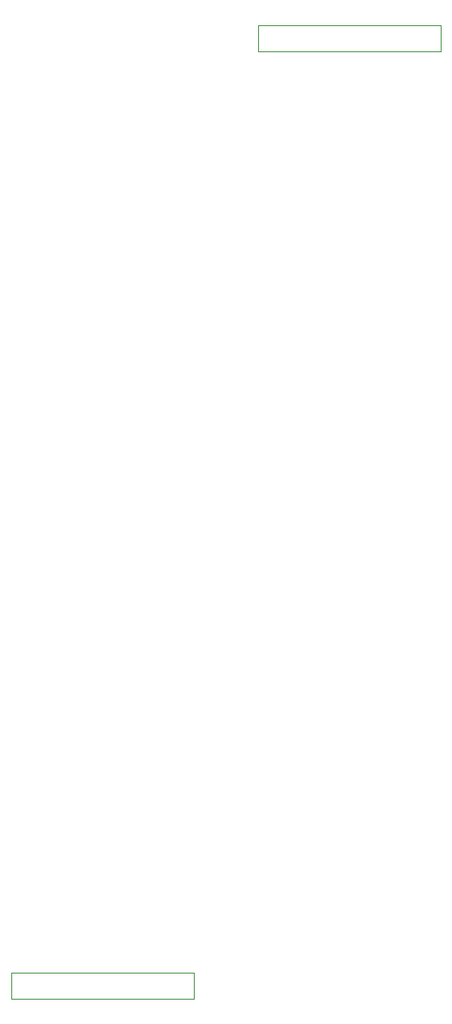
<source format=gbr>
%TF.GenerationSoftware,Altium Limited,Altium Designer,19.1.6 (110)*%
G04 Layer_Color=32768*
%FSLAX43Y43*%
%MOMM*%
%TF.FileFunction,Other,Mechanical_11*%
%TF.Part,Single*%
G01*
G75*
%TA.AperFunction,NonConductor*%
%ADD84C,0.100*%
D84*
X11110Y5270D02*
X28890D01*
X11110Y2730D02*
Y5270D01*
Y2730D02*
X28890D01*
Y5270D01*
X35179Y94996D02*
X52959D01*
Y97536D01*
X35179D02*
X52959D01*
X35179Y94996D02*
Y97536D01*
%TF.MD5,df5debc8e0426fd923280f79350cc157*%
M02*

</source>
